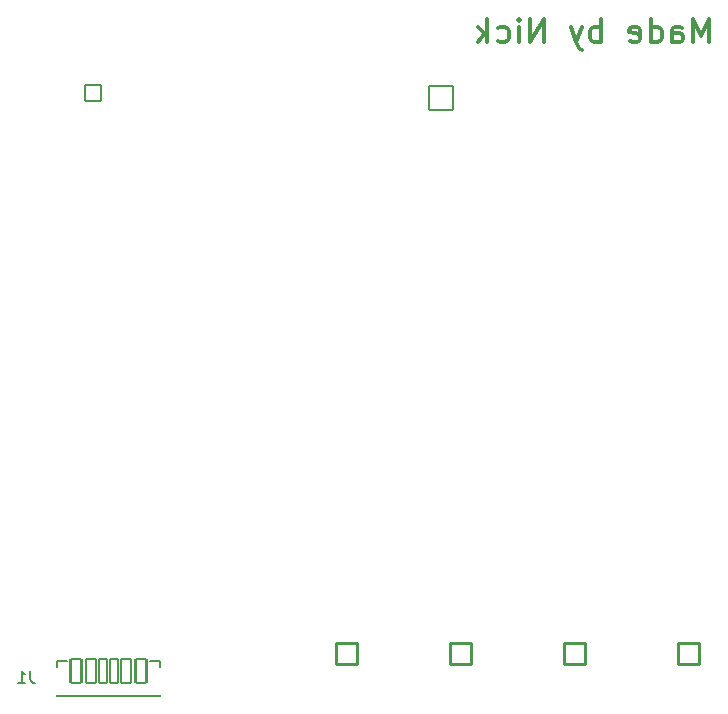
<source format=gbo>
%TF.GenerationSoftware,KiCad,Pcbnew,8.0.6*%
%TF.CreationDate,2025-06-09T20:20:09-07:00*%
%TF.ProjectId,ESP32_Clock_Gallery,45535033-325f-4436-9c6f-636b5f47616c,rev?*%
%TF.SameCoordinates,Original*%
%TF.FileFunction,Legend,Bot*%
%TF.FilePolarity,Positive*%
%FSLAX46Y46*%
G04 Gerber Fmt 4.6, Leading zero omitted, Abs format (unit mm)*
G04 Created by KiCad (PCBNEW 8.0.6) date 2025-06-09 20:20:09*
%MOMM*%
%LPD*%
G01*
G04 APERTURE LIST*
G04 Aperture macros list*
%AMRoundRect*
0 Rectangle with rounded corners*
0 $1 Rounding radius*
0 $2 $3 $4 $5 $6 $7 $8 $9 X,Y pos of 4 corners*
0 Add a 4 corners polygon primitive as box body*
4,1,4,$2,$3,$4,$5,$6,$7,$8,$9,$2,$3,0*
0 Add four circle primitives for the rounded corners*
1,1,$1+$1,$2,$3*
1,1,$1+$1,$4,$5*
1,1,$1+$1,$6,$7*
1,1,$1+$1,$8,$9*
0 Add four rect primitives between the rounded corners*
20,1,$1+$1,$2,$3,$4,$5,0*
20,1,$1+$1,$4,$5,$6,$7,0*
20,1,$1+$1,$6,$7,$8,$9,0*
20,1,$1+$1,$8,$9,$2,$3,0*%
G04 Aperture macros list end*
%ADD10C,0.300000*%
%ADD11C,0.150000*%
%ADD12C,0.127000*%
%ADD13C,3.200000*%
%ADD14R,1.700000X1.700000*%
%ADD15O,1.700000X1.700000*%
%ADD16RoundRect,0.102000X-0.900000X-0.900000X0.900000X-0.900000X0.900000X0.900000X-0.900000X0.900000X0*%
%ADD17C,2.004000*%
%ADD18RoundRect,0.102000X0.654000X-0.654000X0.654000X0.654000X-0.654000X0.654000X-0.654000X-0.654000X0*%
%ADD19C,1.512000*%
%ADD20RoundRect,0.102000X-1.000000X-1.000000X1.000000X-1.000000X1.000000X1.000000X-1.000000X1.000000X0*%
%ADD21C,2.204000*%
%ADD22RoundRect,0.102000X0.350000X0.995000X-0.350000X0.995000X-0.350000X-0.995000X0.350000X-0.995000X0*%
%ADD23RoundRect,0.102000X0.400000X0.995000X-0.400000X0.995000X-0.400000X-0.995000X0.400000X-0.995000X0*%
%ADD24RoundRect,0.102000X0.450000X0.995000X-0.450000X0.995000X-0.450000X-0.995000X0.450000X-0.995000X0*%
%ADD25O,1.204000X1.904000*%
G04 APERTURE END LIST*
D10*
X167326441Y-58239638D02*
X167326441Y-56239638D01*
X167326441Y-56239638D02*
X166659774Y-57668209D01*
X166659774Y-57668209D02*
X165993108Y-56239638D01*
X165993108Y-56239638D02*
X165993108Y-58239638D01*
X164183584Y-58239638D02*
X164183584Y-57192019D01*
X164183584Y-57192019D02*
X164278822Y-57001542D01*
X164278822Y-57001542D02*
X164469298Y-56906304D01*
X164469298Y-56906304D02*
X164850251Y-56906304D01*
X164850251Y-56906304D02*
X165040727Y-57001542D01*
X164183584Y-58144400D02*
X164374060Y-58239638D01*
X164374060Y-58239638D02*
X164850251Y-58239638D01*
X164850251Y-58239638D02*
X165040727Y-58144400D01*
X165040727Y-58144400D02*
X165135965Y-57953923D01*
X165135965Y-57953923D02*
X165135965Y-57763447D01*
X165135965Y-57763447D02*
X165040727Y-57572971D01*
X165040727Y-57572971D02*
X164850251Y-57477733D01*
X164850251Y-57477733D02*
X164374060Y-57477733D01*
X164374060Y-57477733D02*
X164183584Y-57382495D01*
X162374060Y-58239638D02*
X162374060Y-56239638D01*
X162374060Y-58144400D02*
X162564536Y-58239638D01*
X162564536Y-58239638D02*
X162945489Y-58239638D01*
X162945489Y-58239638D02*
X163135965Y-58144400D01*
X163135965Y-58144400D02*
X163231203Y-58049161D01*
X163231203Y-58049161D02*
X163326441Y-57858685D01*
X163326441Y-57858685D02*
X163326441Y-57287257D01*
X163326441Y-57287257D02*
X163231203Y-57096780D01*
X163231203Y-57096780D02*
X163135965Y-57001542D01*
X163135965Y-57001542D02*
X162945489Y-56906304D01*
X162945489Y-56906304D02*
X162564536Y-56906304D01*
X162564536Y-56906304D02*
X162374060Y-57001542D01*
X160659774Y-58144400D02*
X160850250Y-58239638D01*
X160850250Y-58239638D02*
X161231203Y-58239638D01*
X161231203Y-58239638D02*
X161421679Y-58144400D01*
X161421679Y-58144400D02*
X161516917Y-57953923D01*
X161516917Y-57953923D02*
X161516917Y-57192019D01*
X161516917Y-57192019D02*
X161421679Y-57001542D01*
X161421679Y-57001542D02*
X161231203Y-56906304D01*
X161231203Y-56906304D02*
X160850250Y-56906304D01*
X160850250Y-56906304D02*
X160659774Y-57001542D01*
X160659774Y-57001542D02*
X160564536Y-57192019D01*
X160564536Y-57192019D02*
X160564536Y-57382495D01*
X160564536Y-57382495D02*
X161516917Y-57572971D01*
X158183583Y-58239638D02*
X158183583Y-56239638D01*
X158183583Y-57001542D02*
X157993107Y-56906304D01*
X157993107Y-56906304D02*
X157612154Y-56906304D01*
X157612154Y-56906304D02*
X157421678Y-57001542D01*
X157421678Y-57001542D02*
X157326440Y-57096780D01*
X157326440Y-57096780D02*
X157231202Y-57287257D01*
X157231202Y-57287257D02*
X157231202Y-57858685D01*
X157231202Y-57858685D02*
X157326440Y-58049161D01*
X157326440Y-58049161D02*
X157421678Y-58144400D01*
X157421678Y-58144400D02*
X157612154Y-58239638D01*
X157612154Y-58239638D02*
X157993107Y-58239638D01*
X157993107Y-58239638D02*
X158183583Y-58144400D01*
X156564535Y-56906304D02*
X156088345Y-58239638D01*
X155612154Y-56906304D02*
X156088345Y-58239638D01*
X156088345Y-58239638D02*
X156278821Y-58715828D01*
X156278821Y-58715828D02*
X156374059Y-58811066D01*
X156374059Y-58811066D02*
X156564535Y-58906304D01*
X153326439Y-58239638D02*
X153326439Y-56239638D01*
X153326439Y-56239638D02*
X152183582Y-58239638D01*
X152183582Y-58239638D02*
X152183582Y-56239638D01*
X151231201Y-58239638D02*
X151231201Y-56906304D01*
X151231201Y-56239638D02*
X151326439Y-56334876D01*
X151326439Y-56334876D02*
X151231201Y-56430114D01*
X151231201Y-56430114D02*
X151135963Y-56334876D01*
X151135963Y-56334876D02*
X151231201Y-56239638D01*
X151231201Y-56239638D02*
X151231201Y-56430114D01*
X149421677Y-58144400D02*
X149612153Y-58239638D01*
X149612153Y-58239638D02*
X149993106Y-58239638D01*
X149993106Y-58239638D02*
X150183582Y-58144400D01*
X150183582Y-58144400D02*
X150278820Y-58049161D01*
X150278820Y-58049161D02*
X150374058Y-57858685D01*
X150374058Y-57858685D02*
X150374058Y-57287257D01*
X150374058Y-57287257D02*
X150278820Y-57096780D01*
X150278820Y-57096780D02*
X150183582Y-57001542D01*
X150183582Y-57001542D02*
X149993106Y-56906304D01*
X149993106Y-56906304D02*
X149612153Y-56906304D01*
X149612153Y-56906304D02*
X149421677Y-57001542D01*
X148564534Y-58239638D02*
X148564534Y-56239638D01*
X148374058Y-57477733D02*
X147802629Y-58239638D01*
X147802629Y-56906304D02*
X148564534Y-57668209D01*
D11*
X109833333Y-111454819D02*
X109833333Y-112169104D01*
X109833333Y-112169104D02*
X109880952Y-112311961D01*
X109880952Y-112311961D02*
X109976190Y-112407200D01*
X109976190Y-112407200D02*
X110119047Y-112454819D01*
X110119047Y-112454819D02*
X110214285Y-112454819D01*
X108833333Y-112454819D02*
X109404761Y-112454819D01*
X109119047Y-112454819D02*
X109119047Y-111454819D01*
X109119047Y-111454819D02*
X109214285Y-111597676D01*
X109214285Y-111597676D02*
X109309523Y-111692914D01*
X109309523Y-111692914D02*
X109404761Y-111740533D01*
D12*
X112110000Y-110645000D02*
X112110000Y-111125000D01*
X112110000Y-113605000D02*
X112110000Y-113465000D01*
X112960000Y-110645000D02*
X112110000Y-110645000D01*
X120000000Y-110645000D02*
X120850000Y-110645000D01*
X120850000Y-110645000D02*
X120850000Y-111125000D01*
X120850000Y-113465000D02*
X120850000Y-113605000D01*
X120850000Y-113605000D02*
X112110000Y-113605000D01*
%LPC*%
D13*
X176500000Y-57000000D03*
D14*
X140570000Y-86690000D03*
D15*
X140570000Y-84150000D03*
X140570000Y-81610000D03*
X140570000Y-79070000D03*
X140570000Y-76530000D03*
X140570000Y-73990000D03*
D13*
X115500000Y-56500000D03*
D16*
X156003334Y-110025000D03*
D17*
X159503334Y-110025000D03*
D18*
X115200000Y-62500000D03*
D19*
X115200000Y-64500000D03*
X115200000Y-66500000D03*
X115200000Y-68500000D03*
X115200000Y-70500000D03*
X115200000Y-72500000D03*
X115200000Y-74500000D03*
X115200000Y-76500000D03*
D20*
X144600000Y-62920000D03*
D21*
X144600000Y-65460000D03*
X144600000Y-68000000D03*
X144600000Y-70540000D03*
X144600000Y-73080000D03*
X144600000Y-75620000D03*
X144600000Y-78160000D03*
X144600000Y-80700000D03*
X144600000Y-83240000D03*
X144600000Y-85780000D03*
X144600000Y-88320000D03*
X144600000Y-90860000D03*
X144600000Y-93400000D03*
X144600000Y-95940000D03*
X144600000Y-98480000D03*
X170000000Y-98480000D03*
X170000000Y-95940000D03*
X170000000Y-93400000D03*
X170000000Y-90860000D03*
X170000000Y-88320000D03*
X170000000Y-85780000D03*
X170000000Y-83240000D03*
X170000000Y-80700000D03*
X170000000Y-78160000D03*
X170000000Y-75620000D03*
X170000000Y-73080000D03*
X170000000Y-70540000D03*
X170000000Y-68000000D03*
X170000000Y-65460000D03*
X170000000Y-62920000D03*
D13*
X99500000Y-111000000D03*
D16*
X146354168Y-110025000D03*
D17*
X149854168Y-110025000D03*
D16*
X136705000Y-110025000D03*
D17*
X140205000Y-110025000D03*
D14*
X97250000Y-88920000D03*
D15*
X97250000Y-91460000D03*
X97250000Y-94000000D03*
X97250000Y-96540000D03*
X97250000Y-99080000D03*
X97250000Y-101620000D03*
D16*
X165652500Y-110025000D03*
D17*
X169152500Y-110025000D03*
D13*
X176500000Y-111000000D03*
D22*
X116980000Y-111500000D03*
D23*
X114960000Y-111500000D03*
D24*
X113730000Y-111500000D03*
D22*
X115980000Y-111500000D03*
D23*
X118000000Y-111500000D03*
D24*
X119230000Y-111500000D03*
D25*
X120750000Y-112295000D03*
X112210000Y-112295000D03*
%LPD*%
M02*

</source>
